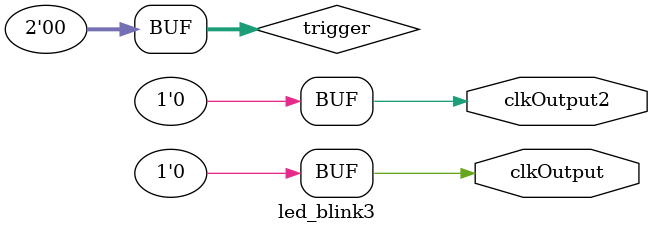
<source format=v>
module led_blink3(output reg clkOutput, output reg clkOutput2);
reg [1:0] trigger = 1'b0;
always
begin
	clkOutput = trigger[0];
	clkOutput2 <= trigger[0];
end
endmodule
</source>
